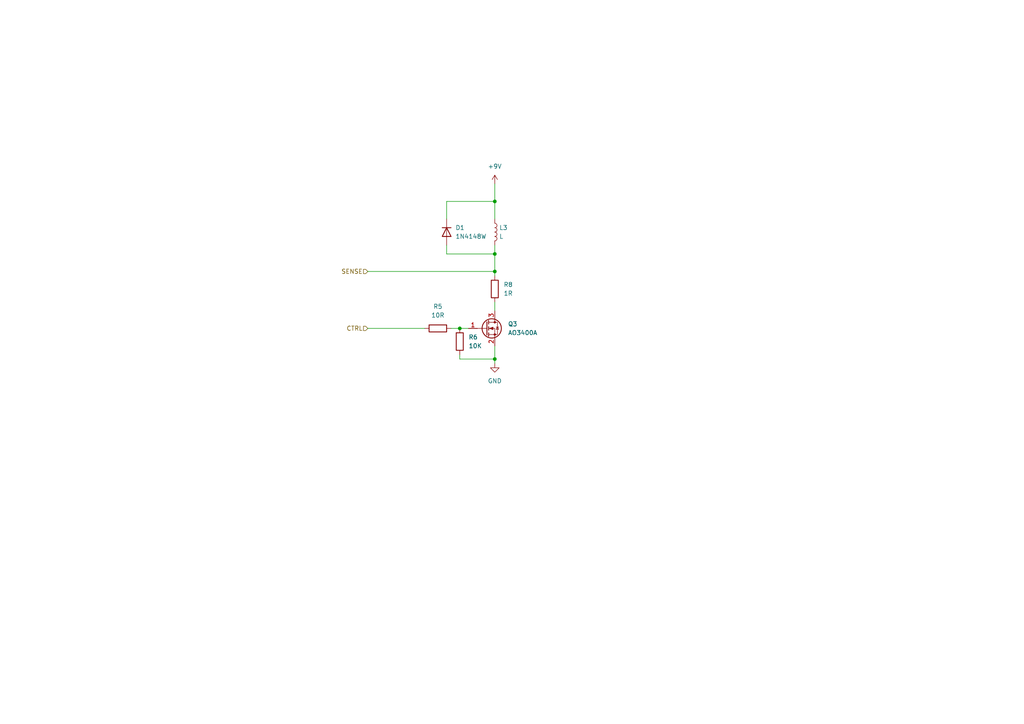
<source format=kicad_sch>
(kicad_sch (version 20250114) (generator "eeschema") (generator_version "9.0")
  (paper "A4")
  (lib_symbols
    (symbol "Device:L" (pin_numbers (hide yes)) (pin_names (offset 1.016) (hide yes))
      (property "Reference" "L" (at -1.27 0 90))
      (property "Value" "L" (at 1.905 0 90))
      (symbol "L_0_1"
        (arc (start 0 2.54) (mid 0.6323 1.905) (end 0 1.27))
        (arc (start 0 1.27) (mid 0.6323 0.635) (end 0 0))
        (arc (start 0 0) (mid 0.6323 -0.635) (end 0 -1.27))
        (arc (start 0 -1.27) (mid 0.6323 -1.905) (end 0 -2.54))
      )
      (symbol "L_1_1"
        (pin passive line (at 0 3.81 270) (length 1.27) (name "1") (number "1"))
        (pin passive line (at 0 -3.81 90) (length 1.27) (name "2") (number "2"))
      )
    )
    (symbol "Device:R" (pin_numbers (hide yes)) (pin_names (offset 0))
      (property "Reference" "R" (at 2.032 0 90))
      (property "Value" "R" (at 0 0 90))
      (symbol "R_0_1"
        (rectangle (start -1.016 -2.54) (end 1.016 2.54) (stroke (width 0.254)))
      )
      (symbol "R_1_1"
        (pin passive line (at 0 3.81 270) (length 1.27) (name "~") (number "1"))
        (pin passive line (at 0 -3.81 90) (length 1.27) (name "~") (number "2"))
      )
    )
    (symbol "Diode:1N4148W" (pin_numbers (hide yes)) (pin_names (hide yes))
      (property "Reference" "D" (at 0 2.54 0))
      (property "Value" "1N4148W" (at 0 -2.54 0))
      (symbol "1N4148W_0_1"
        (polyline (pts (xy -1.27 1.27) (xy -1.27 -1.27)) (stroke (width 0.254)))
        (polyline (pts (xy 1.27 1.27) (xy 1.27 -1.27) (xy -1.27 0) (xy 1.27 1.27)) (stroke (width 0.254)))
        (polyline (pts (xy 1.27 0) (xy -1.27 0)))
      )
      (symbol "1N4148W_1_1"
        (pin passive line (at -3.81 0 0) (length 2.54) (name "K") (number "1"))
        (pin passive line (at 3.81 0 180) (length 2.54) (name "A") (number "2"))
      )
    )
    (symbol "Transistor_FET:AO3400A" (pin_names (offset 0) (hide yes))
      (property "Reference" "Q" (at 5.08 1.905 0))
      (property "Value" "AO3400A" (at 5.08 0 0))
      (symbol "AO3400A_0_1"
        (polyline (pts (xy 0.254 1.905) (xy 0.254 -1.905)) (stroke (width 0.254)))
        (polyline (pts (xy 0.254 0) (xy -2.54 0)))
        (polyline (pts (xy 0.762 2.286) (xy 0.762 1.27)) (stroke (width 0.254)))
        (polyline (pts (xy 0.762 0.508) (xy 0.762 -0.508)) (stroke (width 0.254)))
        (polyline (pts (xy 0.762 -1.27) (xy 0.762 -2.286)) (stroke (width 0.254)))
        (polyline (pts (xy 0.762 -1.778) (xy 3.302 -1.778) (xy 3.302 1.778) (xy 0.762 1.778)))
        (polyline (pts (xy 1.016 0) (xy 2.032 0.381) (xy 2.032 -0.381) (xy 1.016 0)) (fill (type outline)))
        (circle (center 1.651 0) (radius 2.794) (stroke (width 0.254)))
        (polyline (pts (xy 2.54 2.54) (xy 2.54 1.778)))
        (circle (center 2.54 1.778) (radius 0.254) (fill (type outline)))
        (circle (center 2.54 -1.778) (radius 0.254) (fill (type outline)))
        (polyline (pts (xy 2.54 -2.54) (xy 2.54 0) (xy 0.762 0)))
        (polyline (pts (xy 2.921 0.381) (xy 3.683 0.381)))
        (polyline (pts (xy 3.302 0.381) (xy 2.921 -0.254) (xy 3.683 -0.254) (xy 3.302 0.381)))
      )
      (symbol "AO3400A_1_1"
        (pin input line (at -5.08 0 0) (length 2.54) (name "G") (number "1"))
        (pin passive line (at 2.54 5.08 270) (length 2.54) (name "D") (number "3"))
        (pin passive line (at 2.54 -5.08 90) (length 2.54) (name "S") (number "2"))
      )
    )
    (symbol "power:+9V" (power) (pin_numbers (hide yes)) (pin_names (offset 0) (hide yes))
      (property "Value" "+9V" (at 0 3.556 0))
      (symbol "+9V_0_1"
        (polyline (pts (xy -0.762 1.27) (xy 0 2.54)))
        (polyline (pts (xy 0 2.54) (xy 0.762 1.27)))
        (polyline (pts (xy 0 0) (xy 0 2.54)))
      )
      (symbol "+9V_1_1"
        (pin power_in line (at 0 0 90) (length 0) (name "~") (number "1"))
      )
    )
    (symbol "power:GND" (power) (pin_numbers (hide yes)) (pin_names (offset 0) (hide yes))
      (property "Value" "GND" (at 0 -3.81 0))
      (symbol "GND_0_1"
        (polyline (pts (xy 0 0) (xy 0 -1.27) (xy 1.27 -1.27) (xy 0 -2.54) (xy -1.27 -1.27) (xy 0 -1.27)))
      )
      (symbol "GND_1_1"
        (pin power_in line (at 0 0 270) (length 0) (name "~") (number "1"))
      )
    )
  )
  (junction (at 143.51 73.66))
  (junction (at 143.51 104.14))
  (junction (at 143.51 78.74))
  (junction (at 143.51 58.42))
  (junction (at 133.35 95.25))
  (wire (pts (xy 129.54 58.42) (xy 143.51 58.42)))
  (wire (pts (xy 143.51 104.14) (xy 143.51 100.33)))
  (wire (pts (xy 130.81 95.25) (xy 133.35 95.25)))
  (wire (pts (xy 129.54 71.12) (xy 129.54 73.66)))
  (wire (pts (xy 133.35 102.87) (xy 133.35 104.14)))
  (wire (pts (xy 143.51 73.66) (xy 143.51 78.74)))
  (wire (pts (xy 143.51 105.41) (xy 143.51 104.14)))
  (wire (pts (xy 143.51 78.74) (xy 143.51 80.01)))
  (wire (pts (xy 106.68 78.74) (xy 143.51 78.74)))
  (wire (pts (xy 143.51 71.12) (xy 143.51 73.66)))
  (wire (pts (xy 143.51 87.63) (xy 143.51 90.17)))
  (wire (pts (xy 129.54 73.66) (xy 143.51 73.66)))
  (wire (pts (xy 106.68 95.25) (xy 123.19 95.25)))
  (wire (pts (xy 143.51 53.34) (xy 143.51 58.42)))
  (wire (pts (xy 129.54 63.5) (xy 129.54 58.42)))
  (wire (pts (xy 133.35 95.25) (xy 135.89 95.25)))
  (wire (pts (xy 133.35 104.14) (xy 143.51 104.14)))
  (wire (pts (xy 143.51 58.42) (xy 143.51 63.5)))
  (hierarchical_label "SENSE" (shape input) (at 106.68 78.74 180))
  (hierarchical_label "CTRL" (shape input) (at 106.68 95.25 180))
  (symbol (lib_id "Device:R") (at 143.51 83.82 0) (unit 1)
    (property "Reference" "R1" (at 146.05 82.5499 0) (effects (justify left)))
    (property "Value" "1R" (at 146.05 85.0899 0) (effects (justify left)))
    (property "Footprint" "Resistor_SMD:R_0201_0603Metric" (effects (hide yes)))
    (property "Description" "Resistor" (effects (hide yes)))
    (instances (project "tile" (path "" (reference "R8") (unit 1)) (path "" (reference "R4") (unit 1)) (path "" (reference "R11") (unit 1)) (path "" (reference "R1") (unit 1)) (path "" (reference "R15") (unit 1))))
  )
  (symbol (lib_id "Diode:1N4148W") (at 129.54 67.31 270) (unit 1)
    (property "Reference" "D2" (at 132.08 66.0399 90) (effects (justify left)))
    (property "Value" "1N4148W" (at 132.08 68.5799 90) (effects (justify left)))
    (property "Footprint" "Diode_SMD:D_SOD-123" (effects (hide yes)))
    (property "Datasheet" "https://www.vishay.com/docs/85748/1n4148w.pdf" (effects (hide yes)))
    (property "Description" "75V 0.15A Fast Switching Diode, SOD-123" (effects (hide yes)))
    (property "Sim.Device" "D" (effects (hide yes)))
    (property "Sim.Pins" "1=K 2=A" (effects (hide yes)))
    (instances (project "tile" (path "" (reference "D1") (unit 1)) (path "" (reference "D2") (unit 1)) (path "" (reference "D3") (unit 1)) (path "" (reference "D2") (unit 1)) (path "" (reference "D4") (unit 1))))
  )
  (symbol (lib_id "power:GND") (at 143.51 105.41 0) (unit 1)
    (property "Reference" "#PWR05" (effects (hide yes)))
    (property "Value" "GND" (at 143.51 110.49 0))
    (property "Description" "Power symbol creates a global label with name \"GND\" , ground" (effects (hide yes)))
    (instances (project "tile" (path "" (reference "#PWR09") (unit 1)) (path "" (reference "#PWR07") (unit 1)) (path "" (reference "#PWR012") (unit 1)) (path "" (reference "#PWR05") (unit 1)) (path "" (reference "#PWR014") (unit 1))))
  )
  (symbol (lib_id "Device:R") (at 133.35 99.06 0) (unit 1)
    (property "Reference" "R7" (at 135.89 97.7899 0) (effects (justify left)))
    (property "Value" "10K" (at 135.89 100.3299 0) (effects (justify left)))
    (property "Footprint" "Resistor_SMD:R_0603_1608Metric" (effects (hide yes)))
    (property "Description" "Resistor" (effects (hide yes)))
    (instances (project "tile" (path "" (reference "R6") (unit 1)) (path "" (reference "R3") (unit 1)) (path "" (reference "R10") (unit 1)) (path "" (reference "R7") (unit 1)) (path "" (reference "R14") (unit 1))))
  )
  (symbol (lib_id "Transistor_FET:AO3400A") (at 140.97 95.25 0) (unit 1)
    (property "Reference" "Q1" (at 147.32 93.9799 0) (effects (justify left)))
    (property "Value" "AO3400A" (at 147.32 96.5199 0) (effects (justify left)))
    (property "Footprint" "Package_TO_SOT_SMD:SOT-23" (effects (hide yes)))
    (property "Datasheet" "http://www.aosmd.com/pdfs/datasheet/AO3400A.pdf" (effects (hide yes)))
    (property "Description" "30V Vds, 5.7A Id, N-Channel MOSFET, SOT-23" (effects (hide yes)))
    (instances (project "tile" (path "" (reference "Q3") (unit 1)) (path "" (reference "Q2") (unit 1)) (path "" (reference "Q4") (unit 1)) (path "" (reference "Q1") (unit 1)) (path "" (reference "Q5") (unit 1))))
  )
  (symbol (lib_id "Device:R") (at 127 95.25 90) (unit 1)
    (property "Reference" "R12" (at 127 88.9 90))
    (property "Value" "10R" (at 127 91.44 90))
    (property "Description" "Resistor" (effects (hide yes)))
    (instances (project "tile" (path "" (reference "R5") (unit 1)) (path "" (reference "R2") (unit 1)) (path "" (reference "R9") (unit 1)) (path "" (reference "R12") (unit 1)) (path "" (reference "R13") (unit 1))))
  )
  (symbol (lib_id "Device:L") (at 143.51 67.31 0) (unit 1)
    (property "Reference" "L1" (at 144.78 66.0399 0) (effects (justify left)))
    (property "Value" "L" (at 144.78 68.5799 0) (effects (justify left)))
    (property "Description" "Inductor" (effects (hide yes)))
    (instances (project "tile" (path "" (reference "L3") (unit 1)) (path "" (reference "L2") (unit 1)) (path "" (reference "L4") (unit 1)) (path "" (reference "L1") (unit 1)) (path "" (reference "L5") (unit 1))))
  )
  (symbol (lib_id "power:+9V") (at 143.51 53.34 0) (unit 1)
    (property "Reference" "#PWR011" (effects (hide yes)))
    (property "Value" "+9V" (at 143.51 48.26 0))
    (property "Description" "Power symbol creates a global label with name \"+9V\"" (effects (hide yes)))
    (instances (project "tile" (path "" (reference "#PWR08") (unit 1)) (path "" (reference "#PWR06") (unit 1)) (path "" (reference "#PWR010") (unit 1)) (path "" (reference "#PWR011") (unit 1)) (path "" (reference "#PWR013") (unit 1))))
  )
)
</source>
